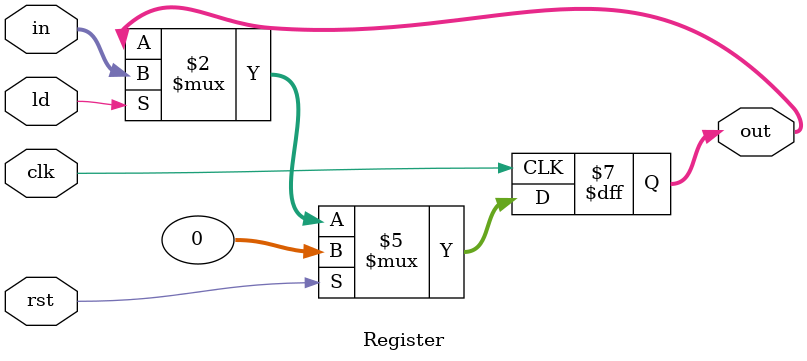
<source format=v>
`timescale 1ps/1ps
module Register #(parameter size=32)(input clk,input rst,input ld,input [size-1:0]in,
output reg [size-1:0]out);

	always@(posedge clk)
	begin
		if(rst)
      out <= {size{1'b0}};
		else if(ld)
      out <= in;
	end
	
endmodule
</source>
